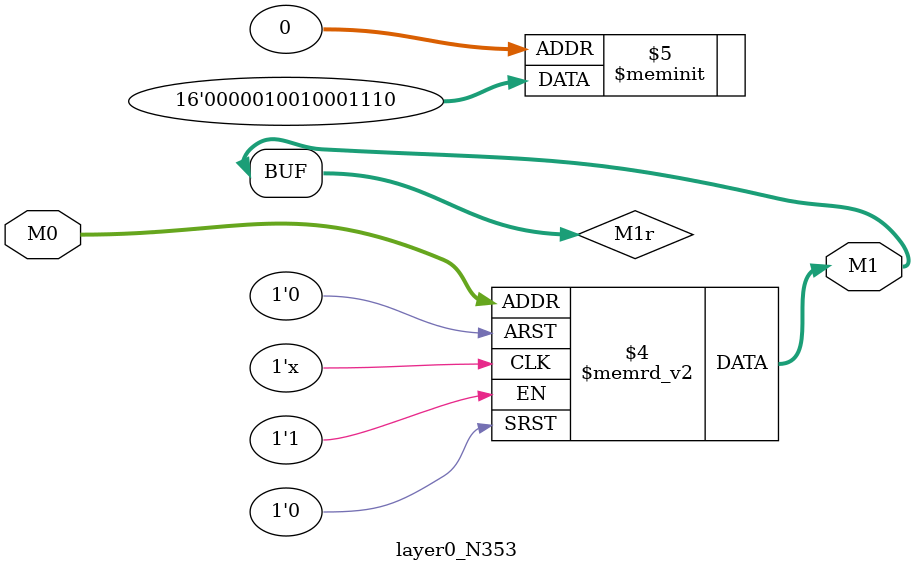
<source format=v>
module layer0_N353 ( input [2:0] M0, output [1:0] M1 );

	(*rom_style = "distributed" *) reg [1:0] M1r;
	assign M1 = M1r;
	always @ (M0) begin
		case (M0)
			3'b000: M1r = 2'b10;
			3'b100: M1r = 2'b00;
			3'b010: M1r = 2'b00;
			3'b110: M1r = 2'b00;
			3'b001: M1r = 2'b11;
			3'b101: M1r = 2'b01;
			3'b011: M1r = 2'b10;
			3'b111: M1r = 2'b00;

		endcase
	end
endmodule

</source>
